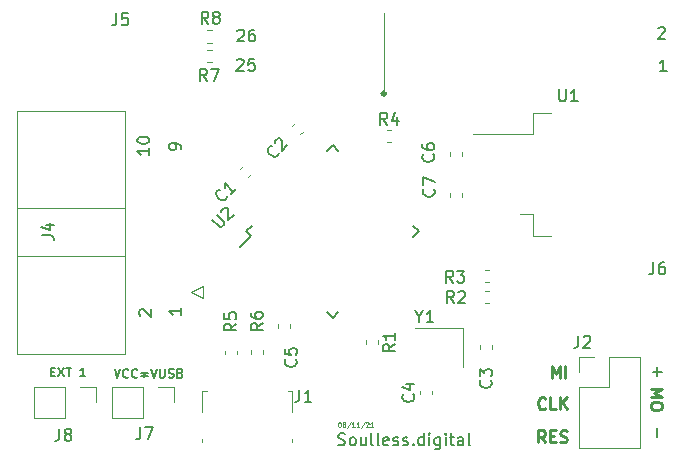
<source format=gto>
G04 #@! TF.GenerationSoftware,KiCad,Pcbnew,(5.1.10-1-10_14)*
G04 #@! TF.CreationDate,2021-11-11T19:55:44+01:00*
G04 #@! TF.ProjectId,Demo Project 01,44656d6f-2050-4726-9f6a-656374203031,mk0*
G04 #@! TF.SameCoordinates,Original*
G04 #@! TF.FileFunction,Legend,Top*
G04 #@! TF.FilePolarity,Positive*
%FSLAX46Y46*%
G04 Gerber Fmt 4.6, Leading zero omitted, Abs format (unit mm)*
G04 Created by KiCad (PCBNEW (5.1.10-1-10_14)) date 2021-11-11 19:55:44*
%MOMM*%
%LPD*%
G01*
G04 APERTURE LIST*
%ADD10C,0.187500*%
%ADD11C,0.250000*%
%ADD12C,0.300000*%
%ADD13C,0.120000*%
%ADD14C,0.100000*%
%ADD15C,0.150000*%
%ADD16O,1.802000X1.802000*%
%ADD17C,1.802000*%
%ADD18C,6.502000*%
%ADD19C,0.902000*%
G04 APERTURE END LIST*
D10*
X76404571Y-138757428D02*
X76654571Y-138757428D01*
X76761714Y-139150285D02*
X76404571Y-139150285D01*
X76404571Y-138400285D01*
X76761714Y-138400285D01*
X77011714Y-138400285D02*
X77511714Y-139150285D01*
X77511714Y-138400285D02*
X77011714Y-139150285D01*
X77690285Y-138400285D02*
X78118857Y-138400285D01*
X77904571Y-139150285D02*
X77904571Y-138400285D01*
X79333142Y-139150285D02*
X78904571Y-139150285D01*
X79118857Y-139150285D02*
X79118857Y-138400285D01*
X79047428Y-138507428D01*
X78976000Y-138578857D01*
X78904571Y-138614571D01*
X81798285Y-138527285D02*
X82048285Y-139277285D01*
X82298285Y-138527285D01*
X82976857Y-139205857D02*
X82941142Y-139241571D01*
X82834000Y-139277285D01*
X82762571Y-139277285D01*
X82655428Y-139241571D01*
X82584000Y-139170142D01*
X82548285Y-139098714D01*
X82512571Y-138955857D01*
X82512571Y-138848714D01*
X82548285Y-138705857D01*
X82584000Y-138634428D01*
X82655428Y-138563000D01*
X82762571Y-138527285D01*
X82834000Y-138527285D01*
X82941142Y-138563000D01*
X82976857Y-138598714D01*
X83726857Y-139205857D02*
X83691142Y-139241571D01*
X83584000Y-139277285D01*
X83512571Y-139277285D01*
X83405428Y-139241571D01*
X83334000Y-139170142D01*
X83298285Y-139098714D01*
X83262571Y-138955857D01*
X83262571Y-138848714D01*
X83298285Y-138705857D01*
X83334000Y-138634428D01*
X83405428Y-138563000D01*
X83512571Y-138527285D01*
X83584000Y-138527285D01*
X83691142Y-138563000D01*
X83726857Y-138598714D01*
X84048285Y-138884428D02*
X84619714Y-138884428D01*
X84405428Y-138777285D02*
X84262571Y-139205857D01*
X84619714Y-139098714D02*
X84048285Y-139098714D01*
X84869714Y-138527285D02*
X85119714Y-139277285D01*
X85369714Y-138527285D01*
X85619714Y-138527285D02*
X85619714Y-139134428D01*
X85655428Y-139205857D01*
X85691142Y-139241571D01*
X85762571Y-139277285D01*
X85905428Y-139277285D01*
X85976857Y-139241571D01*
X86012571Y-139205857D01*
X86048285Y-139134428D01*
X86048285Y-138527285D01*
X86369714Y-139241571D02*
X86476857Y-139277285D01*
X86655428Y-139277285D01*
X86726857Y-139241571D01*
X86762571Y-139205857D01*
X86798285Y-139134428D01*
X86798285Y-139063000D01*
X86762571Y-138991571D01*
X86726857Y-138955857D01*
X86655428Y-138920142D01*
X86512571Y-138884428D01*
X86441142Y-138848714D01*
X86405428Y-138813000D01*
X86369714Y-138741571D01*
X86369714Y-138670142D01*
X86405428Y-138598714D01*
X86441142Y-138563000D01*
X86512571Y-138527285D01*
X86691142Y-138527285D01*
X86798285Y-138563000D01*
X87369714Y-138884428D02*
X87476857Y-138920142D01*
X87512571Y-138955857D01*
X87548285Y-139027285D01*
X87548285Y-139134428D01*
X87512571Y-139205857D01*
X87476857Y-139241571D01*
X87405428Y-139277285D01*
X87119714Y-139277285D01*
X87119714Y-138527285D01*
X87369714Y-138527285D01*
X87441142Y-138563000D01*
X87476857Y-138598714D01*
X87512571Y-138670142D01*
X87512571Y-138741571D01*
X87476857Y-138813000D01*
X87441142Y-138848714D01*
X87369714Y-138884428D01*
X87119714Y-138884428D01*
D11*
X127182619Y-140239857D02*
X128182619Y-140239857D01*
X127468333Y-140573190D01*
X128182619Y-140906523D01*
X127182619Y-140906523D01*
X128182619Y-141573190D02*
X128182619Y-141763666D01*
X128135000Y-141858904D01*
X128039761Y-141954142D01*
X127849285Y-142001761D01*
X127515952Y-142001761D01*
X127325476Y-141954142D01*
X127230238Y-141858904D01*
X127182619Y-141763666D01*
X127182619Y-141573190D01*
X127230238Y-141477952D01*
X127325476Y-141382714D01*
X127515952Y-141335095D01*
X127849285Y-141335095D01*
X128039761Y-141382714D01*
X128135000Y-141477952D01*
X128182619Y-141573190D01*
X118276761Y-141835142D02*
X118229142Y-141882761D01*
X118086285Y-141930380D01*
X117991047Y-141930380D01*
X117848190Y-141882761D01*
X117752952Y-141787523D01*
X117705333Y-141692285D01*
X117657714Y-141501809D01*
X117657714Y-141358952D01*
X117705333Y-141168476D01*
X117752952Y-141073238D01*
X117848190Y-140978000D01*
X117991047Y-140930380D01*
X118086285Y-140930380D01*
X118229142Y-140978000D01*
X118276761Y-141025619D01*
X119181523Y-141930380D02*
X118705333Y-141930380D01*
X118705333Y-140930380D01*
X119514857Y-141930380D02*
X119514857Y-140930380D01*
X120086285Y-141930380D02*
X119657714Y-141358952D01*
X120086285Y-140930380D02*
X119514857Y-141501809D01*
X118252952Y-144724380D02*
X117919619Y-144248190D01*
X117681523Y-144724380D02*
X117681523Y-143724380D01*
X118062476Y-143724380D01*
X118157714Y-143772000D01*
X118205333Y-143819619D01*
X118252952Y-143914857D01*
X118252952Y-144057714D01*
X118205333Y-144152952D01*
X118157714Y-144200571D01*
X118062476Y-144248190D01*
X117681523Y-144248190D01*
X118681523Y-144200571D02*
X119014857Y-144200571D01*
X119157714Y-144724380D02*
X118681523Y-144724380D01*
X118681523Y-143724380D01*
X119157714Y-143724380D01*
X119538666Y-144676761D02*
X119681523Y-144724380D01*
X119919619Y-144724380D01*
X120014857Y-144676761D01*
X120062476Y-144629142D01*
X120110095Y-144533904D01*
X120110095Y-144438666D01*
X120062476Y-144343428D01*
X120014857Y-144295809D01*
X119919619Y-144248190D01*
X119729142Y-144200571D01*
X119633904Y-144152952D01*
X119586285Y-144105333D01*
X119538666Y-144010095D01*
X119538666Y-143914857D01*
X119586285Y-143819619D01*
X119633904Y-143772000D01*
X119729142Y-143724380D01*
X119967238Y-143724380D01*
X120110095Y-143772000D01*
X118808571Y-139263380D02*
X118808571Y-138263380D01*
X119141904Y-138977666D01*
X119475238Y-138263380D01*
X119475238Y-139263380D01*
X119951428Y-139263380D02*
X119951428Y-138263380D01*
D12*
X104747200Y-115214400D02*
G75*
G03*
X104747200Y-115214400I-150000J0D01*
G01*
D13*
X104597200Y-108407200D02*
X104597200Y-115214400D01*
D14*
X100820428Y-143036952D02*
X100858523Y-143036952D01*
X100896619Y-143056000D01*
X100915666Y-143075047D01*
X100934714Y-143113142D01*
X100953761Y-143189333D01*
X100953761Y-143284571D01*
X100934714Y-143360761D01*
X100915666Y-143398857D01*
X100896619Y-143417904D01*
X100858523Y-143436952D01*
X100820428Y-143436952D01*
X100782333Y-143417904D01*
X100763285Y-143398857D01*
X100744238Y-143360761D01*
X100725190Y-143284571D01*
X100725190Y-143189333D01*
X100744238Y-143113142D01*
X100763285Y-143075047D01*
X100782333Y-143056000D01*
X100820428Y-143036952D01*
X101182333Y-143208380D02*
X101144238Y-143189333D01*
X101125190Y-143170285D01*
X101106142Y-143132190D01*
X101106142Y-143113142D01*
X101125190Y-143075047D01*
X101144238Y-143056000D01*
X101182333Y-143036952D01*
X101258523Y-143036952D01*
X101296619Y-143056000D01*
X101315666Y-143075047D01*
X101334714Y-143113142D01*
X101334714Y-143132190D01*
X101315666Y-143170285D01*
X101296619Y-143189333D01*
X101258523Y-143208380D01*
X101182333Y-143208380D01*
X101144238Y-143227428D01*
X101125190Y-143246476D01*
X101106142Y-143284571D01*
X101106142Y-143360761D01*
X101125190Y-143398857D01*
X101144238Y-143417904D01*
X101182333Y-143436952D01*
X101258523Y-143436952D01*
X101296619Y-143417904D01*
X101315666Y-143398857D01*
X101334714Y-143360761D01*
X101334714Y-143284571D01*
X101315666Y-143246476D01*
X101296619Y-143227428D01*
X101258523Y-143208380D01*
X101791857Y-143017904D02*
X101449000Y-143532190D01*
X102134714Y-143436952D02*
X101906142Y-143436952D01*
X102020428Y-143436952D02*
X102020428Y-143036952D01*
X101982333Y-143094095D01*
X101944238Y-143132190D01*
X101906142Y-143151238D01*
X102515666Y-143436952D02*
X102287095Y-143436952D01*
X102401380Y-143436952D02*
X102401380Y-143036952D01*
X102363285Y-143094095D01*
X102325190Y-143132190D01*
X102287095Y-143151238D01*
X102972809Y-143017904D02*
X102629952Y-143532190D01*
X103087095Y-143075047D02*
X103106142Y-143056000D01*
X103144238Y-143036952D01*
X103239476Y-143036952D01*
X103277571Y-143056000D01*
X103296619Y-143075047D01*
X103315666Y-143113142D01*
X103315666Y-143151238D01*
X103296619Y-143208380D01*
X103068047Y-143436952D01*
X103315666Y-143436952D01*
X103696619Y-143436952D02*
X103468047Y-143436952D01*
X103582333Y-143436952D02*
X103582333Y-143036952D01*
X103544238Y-143094095D01*
X103506142Y-143132190D01*
X103468047Y-143151238D01*
D15*
X100744976Y-144930761D02*
X100887833Y-144978380D01*
X101125928Y-144978380D01*
X101221166Y-144930761D01*
X101268785Y-144883142D01*
X101316404Y-144787904D01*
X101316404Y-144692666D01*
X101268785Y-144597428D01*
X101221166Y-144549809D01*
X101125928Y-144502190D01*
X100935452Y-144454571D01*
X100840214Y-144406952D01*
X100792595Y-144359333D01*
X100744976Y-144264095D01*
X100744976Y-144168857D01*
X100792595Y-144073619D01*
X100840214Y-144026000D01*
X100935452Y-143978380D01*
X101173547Y-143978380D01*
X101316404Y-144026000D01*
X101887833Y-144978380D02*
X101792595Y-144930761D01*
X101744976Y-144883142D01*
X101697357Y-144787904D01*
X101697357Y-144502190D01*
X101744976Y-144406952D01*
X101792595Y-144359333D01*
X101887833Y-144311714D01*
X102030690Y-144311714D01*
X102125928Y-144359333D01*
X102173547Y-144406952D01*
X102221166Y-144502190D01*
X102221166Y-144787904D01*
X102173547Y-144883142D01*
X102125928Y-144930761D01*
X102030690Y-144978380D01*
X101887833Y-144978380D01*
X103078309Y-144311714D02*
X103078309Y-144978380D01*
X102649738Y-144311714D02*
X102649738Y-144835523D01*
X102697357Y-144930761D01*
X102792595Y-144978380D01*
X102935452Y-144978380D01*
X103030690Y-144930761D01*
X103078309Y-144883142D01*
X103697357Y-144978380D02*
X103602119Y-144930761D01*
X103554500Y-144835523D01*
X103554500Y-143978380D01*
X104221166Y-144978380D02*
X104125928Y-144930761D01*
X104078309Y-144835523D01*
X104078309Y-143978380D01*
X104983071Y-144930761D02*
X104887833Y-144978380D01*
X104697357Y-144978380D01*
X104602119Y-144930761D01*
X104554500Y-144835523D01*
X104554500Y-144454571D01*
X104602119Y-144359333D01*
X104697357Y-144311714D01*
X104887833Y-144311714D01*
X104983071Y-144359333D01*
X105030690Y-144454571D01*
X105030690Y-144549809D01*
X104554500Y-144645047D01*
X105411642Y-144930761D02*
X105506880Y-144978380D01*
X105697357Y-144978380D01*
X105792595Y-144930761D01*
X105840214Y-144835523D01*
X105840214Y-144787904D01*
X105792595Y-144692666D01*
X105697357Y-144645047D01*
X105554500Y-144645047D01*
X105459261Y-144597428D01*
X105411642Y-144502190D01*
X105411642Y-144454571D01*
X105459261Y-144359333D01*
X105554500Y-144311714D01*
X105697357Y-144311714D01*
X105792595Y-144359333D01*
X106221166Y-144930761D02*
X106316404Y-144978380D01*
X106506880Y-144978380D01*
X106602119Y-144930761D01*
X106649738Y-144835523D01*
X106649738Y-144787904D01*
X106602119Y-144692666D01*
X106506880Y-144645047D01*
X106364023Y-144645047D01*
X106268785Y-144597428D01*
X106221166Y-144502190D01*
X106221166Y-144454571D01*
X106268785Y-144359333D01*
X106364023Y-144311714D01*
X106506880Y-144311714D01*
X106602119Y-144359333D01*
X107078309Y-144883142D02*
X107125928Y-144930761D01*
X107078309Y-144978380D01*
X107030690Y-144930761D01*
X107078309Y-144883142D01*
X107078309Y-144978380D01*
X107983071Y-144978380D02*
X107983071Y-143978380D01*
X107983071Y-144930761D02*
X107887833Y-144978380D01*
X107697357Y-144978380D01*
X107602119Y-144930761D01*
X107554500Y-144883142D01*
X107506880Y-144787904D01*
X107506880Y-144502190D01*
X107554500Y-144406952D01*
X107602119Y-144359333D01*
X107697357Y-144311714D01*
X107887833Y-144311714D01*
X107983071Y-144359333D01*
X108459261Y-144978380D02*
X108459261Y-144311714D01*
X108459261Y-143978380D02*
X108411642Y-144026000D01*
X108459261Y-144073619D01*
X108506880Y-144026000D01*
X108459261Y-143978380D01*
X108459261Y-144073619D01*
X109364023Y-144311714D02*
X109364023Y-145121238D01*
X109316404Y-145216476D01*
X109268785Y-145264095D01*
X109173547Y-145311714D01*
X109030690Y-145311714D01*
X108935452Y-145264095D01*
X109364023Y-144930761D02*
X109268785Y-144978380D01*
X109078309Y-144978380D01*
X108983071Y-144930761D01*
X108935452Y-144883142D01*
X108887833Y-144787904D01*
X108887833Y-144502190D01*
X108935452Y-144406952D01*
X108983071Y-144359333D01*
X109078309Y-144311714D01*
X109268785Y-144311714D01*
X109364023Y-144359333D01*
X109840214Y-144978380D02*
X109840214Y-144311714D01*
X109840214Y-143978380D02*
X109792595Y-144026000D01*
X109840214Y-144073619D01*
X109887833Y-144026000D01*
X109840214Y-143978380D01*
X109840214Y-144073619D01*
X110173547Y-144311714D02*
X110554500Y-144311714D01*
X110316404Y-143978380D02*
X110316404Y-144835523D01*
X110364023Y-144930761D01*
X110459261Y-144978380D01*
X110554500Y-144978380D01*
X111316404Y-144978380D02*
X111316404Y-144454571D01*
X111268785Y-144359333D01*
X111173547Y-144311714D01*
X110983071Y-144311714D01*
X110887833Y-144359333D01*
X111316404Y-144930761D02*
X111221166Y-144978380D01*
X110983071Y-144978380D01*
X110887833Y-144930761D01*
X110840214Y-144835523D01*
X110840214Y-144740285D01*
X110887833Y-144645047D01*
X110983071Y-144597428D01*
X111221166Y-144597428D01*
X111316404Y-144549809D01*
X111935452Y-144978380D02*
X111840214Y-144930761D01*
X111792595Y-144835523D01*
X111792595Y-143978380D01*
X127831885Y-109682019D02*
X127879504Y-109634400D01*
X127974742Y-109586780D01*
X128212838Y-109586780D01*
X128308076Y-109634400D01*
X128355695Y-109682019D01*
X128403314Y-109777257D01*
X128403314Y-109872495D01*
X128355695Y-110015352D01*
X127784266Y-110586780D01*
X128403314Y-110586780D01*
X128555714Y-113329980D02*
X127984285Y-113329980D01*
X128270000Y-113329980D02*
X128270000Y-112329980D01*
X128174761Y-112472838D01*
X128079523Y-112568076D01*
X127984285Y-112615695D01*
X92151295Y-112374419D02*
X92198914Y-112326800D01*
X92294152Y-112279180D01*
X92532247Y-112279180D01*
X92627485Y-112326800D01*
X92675104Y-112374419D01*
X92722723Y-112469657D01*
X92722723Y-112564895D01*
X92675104Y-112707752D01*
X92103676Y-113279180D01*
X92722723Y-113279180D01*
X93627485Y-112279180D02*
X93151295Y-112279180D01*
X93103676Y-112755371D01*
X93151295Y-112707752D01*
X93246533Y-112660133D01*
X93484628Y-112660133D01*
X93579866Y-112707752D01*
X93627485Y-112755371D01*
X93675104Y-112850609D01*
X93675104Y-113088704D01*
X93627485Y-113183942D01*
X93579866Y-113231561D01*
X93484628Y-113279180D01*
X93246533Y-113279180D01*
X93151295Y-113231561D01*
X93103676Y-113183942D01*
X92202095Y-109885219D02*
X92249714Y-109837600D01*
X92344952Y-109789980D01*
X92583047Y-109789980D01*
X92678285Y-109837600D01*
X92725904Y-109885219D01*
X92773523Y-109980457D01*
X92773523Y-110075695D01*
X92725904Y-110218552D01*
X92154476Y-110789980D01*
X92773523Y-110789980D01*
X93630666Y-109789980D02*
X93440190Y-109789980D01*
X93344952Y-109837600D01*
X93297333Y-109885219D01*
X93202095Y-110028076D01*
X93154476Y-110218552D01*
X93154476Y-110599504D01*
X93202095Y-110694742D01*
X93249714Y-110742361D01*
X93344952Y-110789980D01*
X93535428Y-110789980D01*
X93630666Y-110742361D01*
X93678285Y-110694742D01*
X93725904Y-110599504D01*
X93725904Y-110361409D01*
X93678285Y-110266171D01*
X93630666Y-110218552D01*
X93535428Y-110170933D01*
X93344952Y-110170933D01*
X93249714Y-110218552D01*
X93202095Y-110266171D01*
X93154476Y-110361409D01*
X87421980Y-119875276D02*
X87421980Y-119684800D01*
X87374361Y-119589561D01*
X87326742Y-119541942D01*
X87183885Y-119446704D01*
X86993409Y-119399085D01*
X86612457Y-119399085D01*
X86517219Y-119446704D01*
X86469600Y-119494323D01*
X86421980Y-119589561D01*
X86421980Y-119780038D01*
X86469600Y-119875276D01*
X86517219Y-119922895D01*
X86612457Y-119970514D01*
X86850552Y-119970514D01*
X86945790Y-119922895D01*
X86993409Y-119875276D01*
X87041028Y-119780038D01*
X87041028Y-119589561D01*
X86993409Y-119494323D01*
X86945790Y-119446704D01*
X86850552Y-119399085D01*
X84729580Y-119824476D02*
X84729580Y-120395904D01*
X84729580Y-120110190D02*
X83729580Y-120110190D01*
X83872438Y-120205428D01*
X83967676Y-120300666D01*
X84015295Y-120395904D01*
X83729580Y-119205428D02*
X83729580Y-119110190D01*
X83777200Y-119014952D01*
X83824819Y-118967333D01*
X83920057Y-118919714D01*
X84110533Y-118872095D01*
X84348628Y-118872095D01*
X84539104Y-118919714D01*
X84634342Y-118967333D01*
X84681961Y-119014952D01*
X84729580Y-119110190D01*
X84729580Y-119205428D01*
X84681961Y-119300666D01*
X84634342Y-119348285D01*
X84539104Y-119395904D01*
X84348628Y-119443523D01*
X84110533Y-119443523D01*
X83920057Y-119395904D01*
X83824819Y-119348285D01*
X83777200Y-119300666D01*
X83729580Y-119205428D01*
X83977219Y-134042114D02*
X83929600Y-133994495D01*
X83881980Y-133899257D01*
X83881980Y-133661161D01*
X83929600Y-133565923D01*
X83977219Y-133518304D01*
X84072457Y-133470685D01*
X84167695Y-133470685D01*
X84310552Y-133518304D01*
X84881980Y-134089733D01*
X84881980Y-133470685D01*
X87421980Y-133369085D02*
X87421980Y-133940514D01*
X87421980Y-133654800D02*
X86421980Y-133654800D01*
X86564838Y-133750038D01*
X86660076Y-133845276D01*
X86707695Y-133940514D01*
X127381047Y-138755428D02*
X128142952Y-138755428D01*
X127762000Y-139136380D02*
X127762000Y-138374476D01*
X127706428Y-144271952D02*
X127706428Y-143510047D01*
D13*
X74997000Y-140021000D02*
X74997000Y-142681000D01*
X77597000Y-140021000D02*
X74997000Y-140021000D01*
X77597000Y-142681000D02*
X74997000Y-142681000D01*
X77597000Y-140021000D02*
X77597000Y-142681000D01*
X78867000Y-140021000D02*
X80197000Y-140021000D01*
X80197000Y-140021000D02*
X80197000Y-141351000D01*
X90090258Y-112536500D02*
X89615742Y-112536500D01*
X90090258Y-111491500D02*
X89615742Y-111491500D01*
X89615742Y-109840500D02*
X90090258Y-109840500D01*
X89615742Y-110885500D02*
X90090258Y-110885500D01*
X82661500Y-128986500D02*
X73541500Y-128986500D01*
X82661500Y-124886500D02*
X73541500Y-124886500D01*
X82661500Y-137226500D02*
X73541500Y-137226500D01*
X73541500Y-137226500D02*
X73541500Y-116646500D01*
X73541500Y-116646500D02*
X82661500Y-116646500D01*
X82661500Y-116646500D02*
X82661500Y-137226500D01*
X88281500Y-132016500D02*
X89281500Y-132516500D01*
X89281500Y-132516500D02*
X89281500Y-131516500D01*
X89281500Y-131516500D02*
X88281500Y-132016500D01*
X121098000Y-145221000D02*
X126298000Y-145221000D01*
X121098000Y-140081000D02*
X121098000Y-145221000D01*
X126298000Y-137481000D02*
X126298000Y-145221000D01*
X121098000Y-140081000D02*
X123698000Y-140081000D01*
X123698000Y-140081000D02*
X123698000Y-137481000D01*
X123698000Y-137481000D02*
X126298000Y-137481000D01*
X121098000Y-138811000D02*
X121098000Y-137481000D01*
X121098000Y-137481000D02*
X122428000Y-137481000D01*
X111263000Y-135090000D02*
X107263000Y-135090000D01*
X111263000Y-138390000D02*
X111263000Y-135090000D01*
X81601000Y-140021000D02*
X81601000Y-142681000D01*
X84201000Y-140021000D02*
X81601000Y-140021000D01*
X84201000Y-142681000D02*
X81601000Y-142681000D01*
X84201000Y-140021000D02*
X84201000Y-142681000D01*
X85471000Y-140021000D02*
X86801000Y-140021000D01*
X86801000Y-140021000D02*
X86801000Y-141351000D01*
X93361574Y-122053175D02*
X93131369Y-122283380D01*
X92640325Y-121331926D02*
X92410120Y-121562131D01*
X97036478Y-117697773D02*
X96806273Y-117927978D01*
X97757727Y-118419022D02*
X97527522Y-118649227D01*
X112723200Y-136840279D02*
X112723200Y-136514721D01*
X113743200Y-136840279D02*
X113743200Y-136514721D01*
X108663200Y-140675579D02*
X108663200Y-140350021D01*
X107643200Y-140675579D02*
X107643200Y-140350021D01*
X96649000Y-134736721D02*
X96649000Y-135062279D01*
X95629000Y-134736721D02*
X95629000Y-135062279D01*
X110170500Y-120144221D02*
X110170500Y-120469779D01*
X111190500Y-120144221D02*
X111190500Y-120469779D01*
X110170500Y-123962279D02*
X110170500Y-123636721D01*
X111190500Y-123962279D02*
X111190500Y-123636721D01*
X96837500Y-140403000D02*
X96457500Y-140403000D01*
X96837500Y-144453000D02*
X96837500Y-144713000D01*
X96837500Y-140403000D02*
X96837500Y-142173000D01*
X89217500Y-140403000D02*
X89597500Y-140403000D01*
X89217500Y-142173000D02*
X89217500Y-140403000D01*
X89217500Y-144713000D02*
X89217500Y-144453000D01*
X104142000Y-136082721D02*
X104142000Y-136408279D01*
X103122000Y-136082721D02*
X103122000Y-136408279D01*
X113472279Y-131887500D02*
X113146721Y-131887500D01*
X113472279Y-132907500D02*
X113146721Y-132907500D01*
X113472279Y-131193000D02*
X113146721Y-131193000D01*
X113472279Y-130173000D02*
X113146721Y-130173000D01*
X104891721Y-119318500D02*
X105217279Y-119318500D01*
X104891721Y-118298500D02*
X105217279Y-118298500D01*
X91120500Y-136971721D02*
X91120500Y-137297279D01*
X92140500Y-136971721D02*
X92140500Y-137297279D01*
X94363000Y-136908221D02*
X94363000Y-137233779D01*
X93343000Y-136908221D02*
X93343000Y-137233779D01*
X118755500Y-116847000D02*
X117255500Y-116847000D01*
X117255500Y-116847000D02*
X117255500Y-118657000D01*
X117255500Y-118657000D02*
X112130500Y-118657000D01*
X118755500Y-127247000D02*
X117255500Y-127247000D01*
X117255500Y-127247000D02*
X117255500Y-125437000D01*
X117255500Y-125437000D02*
X116155500Y-125437000D01*
D15*
X93354531Y-127279586D02*
X92452970Y-128181148D01*
X100266500Y-119554445D02*
X99789203Y-120031742D01*
X107585055Y-126873000D02*
X107107758Y-127350297D01*
X100266500Y-134191555D02*
X100743797Y-133714258D01*
X92947945Y-126873000D02*
X93425242Y-126395703D01*
X100266500Y-134191555D02*
X99789203Y-133714258D01*
X107585055Y-126873000D02*
X107107758Y-126395703D01*
X100266500Y-119554445D02*
X100743797Y-120031742D01*
X92947945Y-126873000D02*
X93354531Y-127279586D01*
X77136666Y-143597380D02*
X77136666Y-144311666D01*
X77089047Y-144454523D01*
X76993809Y-144549761D01*
X76850952Y-144597380D01*
X76755714Y-144597380D01*
X77755714Y-144025952D02*
X77660476Y-143978333D01*
X77612857Y-143930714D01*
X77565238Y-143835476D01*
X77565238Y-143787857D01*
X77612857Y-143692619D01*
X77660476Y-143645000D01*
X77755714Y-143597380D01*
X77946190Y-143597380D01*
X78041428Y-143645000D01*
X78089047Y-143692619D01*
X78136666Y-143787857D01*
X78136666Y-143835476D01*
X78089047Y-143930714D01*
X78041428Y-143978333D01*
X77946190Y-144025952D01*
X77755714Y-144025952D01*
X77660476Y-144073571D01*
X77612857Y-144121190D01*
X77565238Y-144216428D01*
X77565238Y-144406904D01*
X77612857Y-144502142D01*
X77660476Y-144549761D01*
X77755714Y-144597380D01*
X77946190Y-144597380D01*
X78041428Y-144549761D01*
X78089047Y-144502142D01*
X78136666Y-144406904D01*
X78136666Y-144216428D01*
X78089047Y-144121190D01*
X78041428Y-144073571D01*
X77946190Y-144025952D01*
X89622333Y-114117380D02*
X89289000Y-113641190D01*
X89050904Y-114117380D02*
X89050904Y-113117380D01*
X89431857Y-113117380D01*
X89527095Y-113165000D01*
X89574714Y-113212619D01*
X89622333Y-113307857D01*
X89622333Y-113450714D01*
X89574714Y-113545952D01*
X89527095Y-113593571D01*
X89431857Y-113641190D01*
X89050904Y-113641190D01*
X89955666Y-113117380D02*
X90622333Y-113117380D01*
X90193761Y-114117380D01*
X89749333Y-109291380D02*
X89416000Y-108815190D01*
X89177904Y-109291380D02*
X89177904Y-108291380D01*
X89558857Y-108291380D01*
X89654095Y-108339000D01*
X89701714Y-108386619D01*
X89749333Y-108481857D01*
X89749333Y-108624714D01*
X89701714Y-108719952D01*
X89654095Y-108767571D01*
X89558857Y-108815190D01*
X89177904Y-108815190D01*
X90320761Y-108719952D02*
X90225523Y-108672333D01*
X90177904Y-108624714D01*
X90130285Y-108529476D01*
X90130285Y-108481857D01*
X90177904Y-108386619D01*
X90225523Y-108339000D01*
X90320761Y-108291380D01*
X90511238Y-108291380D01*
X90606476Y-108339000D01*
X90654095Y-108386619D01*
X90701714Y-108481857D01*
X90701714Y-108529476D01*
X90654095Y-108624714D01*
X90606476Y-108672333D01*
X90511238Y-108719952D01*
X90320761Y-108719952D01*
X90225523Y-108767571D01*
X90177904Y-108815190D01*
X90130285Y-108910428D01*
X90130285Y-109100904D01*
X90177904Y-109196142D01*
X90225523Y-109243761D01*
X90320761Y-109291380D01*
X90511238Y-109291380D01*
X90606476Y-109243761D01*
X90654095Y-109196142D01*
X90701714Y-109100904D01*
X90701714Y-108910428D01*
X90654095Y-108815190D01*
X90606476Y-108767571D01*
X90511238Y-108719952D01*
X75652380Y-127206333D02*
X76366666Y-127206333D01*
X76509523Y-127253952D01*
X76604761Y-127349190D01*
X76652380Y-127492047D01*
X76652380Y-127587285D01*
X75985714Y-126301571D02*
X76652380Y-126301571D01*
X75604761Y-126539666D02*
X76319047Y-126777761D01*
X76319047Y-126158714D01*
X121078666Y-135723380D02*
X121078666Y-136437666D01*
X121031047Y-136580523D01*
X120935809Y-136675761D01*
X120792952Y-136723380D01*
X120697714Y-136723380D01*
X121507238Y-135818619D02*
X121554857Y-135771000D01*
X121650095Y-135723380D01*
X121888190Y-135723380D01*
X121983428Y-135771000D01*
X122031047Y-135818619D01*
X122078666Y-135913857D01*
X122078666Y-136009095D01*
X122031047Y-136151952D01*
X121459619Y-136723380D01*
X122078666Y-136723380D01*
X107600809Y-134088190D02*
X107600809Y-134564380D01*
X107267476Y-133564380D02*
X107600809Y-134088190D01*
X107934142Y-133564380D01*
X108791285Y-134564380D02*
X108219857Y-134564380D01*
X108505571Y-134564380D02*
X108505571Y-133564380D01*
X108410333Y-133707238D01*
X108315095Y-133802476D01*
X108219857Y-133850095D01*
X83994666Y-143470380D02*
X83994666Y-144184666D01*
X83947047Y-144327523D01*
X83851809Y-144422761D01*
X83708952Y-144470380D01*
X83613714Y-144470380D01*
X84375619Y-143470380D02*
X85042285Y-143470380D01*
X84613714Y-144470380D01*
X91320687Y-123915989D02*
X91320687Y-123983332D01*
X91253343Y-124118019D01*
X91186000Y-124185363D01*
X91051312Y-124252706D01*
X90916625Y-124252706D01*
X90815610Y-124219035D01*
X90647251Y-124118019D01*
X90546236Y-124017004D01*
X90445221Y-123848645D01*
X90411549Y-123747630D01*
X90411549Y-123612943D01*
X90478893Y-123478256D01*
X90546236Y-123410912D01*
X90680923Y-123343569D01*
X90748267Y-123343569D01*
X92061465Y-123309897D02*
X91657404Y-123713958D01*
X91859435Y-123511928D02*
X91152328Y-122804821D01*
X91186000Y-122973180D01*
X91186000Y-123107867D01*
X91152328Y-123208882D01*
X95689487Y-120207589D02*
X95689487Y-120274932D01*
X95622143Y-120409619D01*
X95554800Y-120476963D01*
X95420112Y-120544306D01*
X95285425Y-120544306D01*
X95184410Y-120510635D01*
X95016051Y-120409619D01*
X94915036Y-120308604D01*
X94814021Y-120140245D01*
X94780349Y-120039230D01*
X94780349Y-119904543D01*
X94847693Y-119769856D01*
X94915036Y-119702512D01*
X95049723Y-119635169D01*
X95117067Y-119635169D01*
X95386441Y-119365795D02*
X95386441Y-119298451D01*
X95420112Y-119197436D01*
X95588471Y-119029077D01*
X95689487Y-118995406D01*
X95756830Y-118995406D01*
X95857845Y-119029077D01*
X95925189Y-119096421D01*
X95992532Y-119231108D01*
X95992532Y-120039230D01*
X96430265Y-119601497D01*
X113641142Y-139485666D02*
X113688761Y-139533285D01*
X113736380Y-139676142D01*
X113736380Y-139771380D01*
X113688761Y-139914238D01*
X113593523Y-140009476D01*
X113498285Y-140057095D01*
X113307809Y-140104714D01*
X113164952Y-140104714D01*
X112974476Y-140057095D01*
X112879238Y-140009476D01*
X112784000Y-139914238D01*
X112736380Y-139771380D01*
X112736380Y-139676142D01*
X112784000Y-139533285D01*
X112831619Y-139485666D01*
X112736380Y-139152333D02*
X112736380Y-138533285D01*
X113117333Y-138866619D01*
X113117333Y-138723761D01*
X113164952Y-138628523D01*
X113212571Y-138580904D01*
X113307809Y-138533285D01*
X113545904Y-138533285D01*
X113641142Y-138580904D01*
X113688761Y-138628523D01*
X113736380Y-138723761D01*
X113736380Y-139009476D01*
X113688761Y-139104714D01*
X113641142Y-139152333D01*
X107080342Y-140679466D02*
X107127961Y-140727085D01*
X107175580Y-140869942D01*
X107175580Y-140965180D01*
X107127961Y-141108038D01*
X107032723Y-141203276D01*
X106937485Y-141250895D01*
X106747009Y-141298514D01*
X106604152Y-141298514D01*
X106413676Y-141250895D01*
X106318438Y-141203276D01*
X106223200Y-141108038D01*
X106175580Y-140965180D01*
X106175580Y-140869942D01*
X106223200Y-140727085D01*
X106270819Y-140679466D01*
X106508914Y-139822323D02*
X107175580Y-139822323D01*
X106127961Y-140060419D02*
X106842247Y-140298514D01*
X106842247Y-139679466D01*
X97131142Y-137707666D02*
X97178761Y-137755285D01*
X97226380Y-137898142D01*
X97226380Y-137993380D01*
X97178761Y-138136238D01*
X97083523Y-138231476D01*
X96988285Y-138279095D01*
X96797809Y-138326714D01*
X96654952Y-138326714D01*
X96464476Y-138279095D01*
X96369238Y-138231476D01*
X96274000Y-138136238D01*
X96226380Y-137993380D01*
X96226380Y-137898142D01*
X96274000Y-137755285D01*
X96321619Y-137707666D01*
X96226380Y-136802904D02*
X96226380Y-137279095D01*
X96702571Y-137326714D01*
X96654952Y-137279095D01*
X96607333Y-137183857D01*
X96607333Y-136945761D01*
X96654952Y-136850523D01*
X96702571Y-136802904D01*
X96797809Y-136755285D01*
X97035904Y-136755285D01*
X97131142Y-136802904D01*
X97178761Y-136850523D01*
X97226380Y-136945761D01*
X97226380Y-137183857D01*
X97178761Y-137279095D01*
X97131142Y-137326714D01*
X108764342Y-120359466D02*
X108811961Y-120407085D01*
X108859580Y-120549942D01*
X108859580Y-120645180D01*
X108811961Y-120788038D01*
X108716723Y-120883276D01*
X108621485Y-120930895D01*
X108431009Y-120978514D01*
X108288152Y-120978514D01*
X108097676Y-120930895D01*
X108002438Y-120883276D01*
X107907200Y-120788038D01*
X107859580Y-120645180D01*
X107859580Y-120549942D01*
X107907200Y-120407085D01*
X107954819Y-120359466D01*
X107859580Y-119502323D02*
X107859580Y-119692800D01*
X107907200Y-119788038D01*
X107954819Y-119835657D01*
X108097676Y-119930895D01*
X108288152Y-119978514D01*
X108669104Y-119978514D01*
X108764342Y-119930895D01*
X108811961Y-119883276D01*
X108859580Y-119788038D01*
X108859580Y-119597561D01*
X108811961Y-119502323D01*
X108764342Y-119454704D01*
X108669104Y-119407085D01*
X108431009Y-119407085D01*
X108335771Y-119454704D01*
X108288152Y-119502323D01*
X108240533Y-119597561D01*
X108240533Y-119788038D01*
X108288152Y-119883276D01*
X108335771Y-119930895D01*
X108431009Y-119978514D01*
X108815142Y-123305866D02*
X108862761Y-123353485D01*
X108910380Y-123496342D01*
X108910380Y-123591580D01*
X108862761Y-123734438D01*
X108767523Y-123829676D01*
X108672285Y-123877295D01*
X108481809Y-123924914D01*
X108338952Y-123924914D01*
X108148476Y-123877295D01*
X108053238Y-123829676D01*
X107958000Y-123734438D01*
X107910380Y-123591580D01*
X107910380Y-123496342D01*
X107958000Y-123353485D01*
X108005619Y-123305866D01*
X107910380Y-122972533D02*
X107910380Y-122305866D01*
X108910380Y-122734438D01*
X97456666Y-140295380D02*
X97456666Y-141009666D01*
X97409047Y-141152523D01*
X97313809Y-141247761D01*
X97170952Y-141295380D01*
X97075714Y-141295380D01*
X98456666Y-141295380D02*
X97885238Y-141295380D01*
X98170952Y-141295380D02*
X98170952Y-140295380D01*
X98075714Y-140438238D01*
X97980476Y-140533476D01*
X97885238Y-140581095D01*
X105514380Y-136412166D02*
X105038190Y-136745500D01*
X105514380Y-136983595D02*
X104514380Y-136983595D01*
X104514380Y-136602642D01*
X104562000Y-136507404D01*
X104609619Y-136459785D01*
X104704857Y-136412166D01*
X104847714Y-136412166D01*
X104942952Y-136459785D01*
X104990571Y-136507404D01*
X105038190Y-136602642D01*
X105038190Y-136983595D01*
X105514380Y-135459785D02*
X105514380Y-136031214D01*
X105514380Y-135745500D02*
X104514380Y-135745500D01*
X104657238Y-135840738D01*
X104752476Y-135935976D01*
X104800095Y-136031214D01*
X110526533Y-132938780D02*
X110193200Y-132462590D01*
X109955104Y-132938780D02*
X109955104Y-131938780D01*
X110336057Y-131938780D01*
X110431295Y-131986400D01*
X110478914Y-132034019D01*
X110526533Y-132129257D01*
X110526533Y-132272114D01*
X110478914Y-132367352D01*
X110431295Y-132414971D01*
X110336057Y-132462590D01*
X109955104Y-132462590D01*
X110907485Y-132034019D02*
X110955104Y-131986400D01*
X111050342Y-131938780D01*
X111288438Y-131938780D01*
X111383676Y-131986400D01*
X111431295Y-132034019D01*
X111478914Y-132129257D01*
X111478914Y-132224495D01*
X111431295Y-132367352D01*
X110859866Y-132938780D01*
X111478914Y-132938780D01*
X110475733Y-131211580D02*
X110142400Y-130735390D01*
X109904304Y-131211580D02*
X109904304Y-130211580D01*
X110285257Y-130211580D01*
X110380495Y-130259200D01*
X110428114Y-130306819D01*
X110475733Y-130402057D01*
X110475733Y-130544914D01*
X110428114Y-130640152D01*
X110380495Y-130687771D01*
X110285257Y-130735390D01*
X109904304Y-130735390D01*
X110809066Y-130211580D02*
X111428114Y-130211580D01*
X111094780Y-130592533D01*
X111237638Y-130592533D01*
X111332876Y-130640152D01*
X111380495Y-130687771D01*
X111428114Y-130783009D01*
X111428114Y-131021104D01*
X111380495Y-131116342D01*
X111332876Y-131163961D01*
X111237638Y-131211580D01*
X110951923Y-131211580D01*
X110856685Y-131163961D01*
X110809066Y-131116342D01*
X104887833Y-117830880D02*
X104554500Y-117354690D01*
X104316404Y-117830880D02*
X104316404Y-116830880D01*
X104697357Y-116830880D01*
X104792595Y-116878500D01*
X104840214Y-116926119D01*
X104887833Y-117021357D01*
X104887833Y-117164214D01*
X104840214Y-117259452D01*
X104792595Y-117307071D01*
X104697357Y-117354690D01*
X104316404Y-117354690D01*
X105744976Y-117164214D02*
X105744976Y-117830880D01*
X105506880Y-116783261D02*
X105268785Y-117497547D01*
X105887833Y-117497547D01*
X92095580Y-134685066D02*
X91619390Y-135018400D01*
X92095580Y-135256495D02*
X91095580Y-135256495D01*
X91095580Y-134875542D01*
X91143200Y-134780304D01*
X91190819Y-134732685D01*
X91286057Y-134685066D01*
X91428914Y-134685066D01*
X91524152Y-134732685D01*
X91571771Y-134780304D01*
X91619390Y-134875542D01*
X91619390Y-135256495D01*
X91095580Y-133780304D02*
X91095580Y-134256495D01*
X91571771Y-134304114D01*
X91524152Y-134256495D01*
X91476533Y-134161257D01*
X91476533Y-133923161D01*
X91524152Y-133827923D01*
X91571771Y-133780304D01*
X91667009Y-133732685D01*
X91905104Y-133732685D01*
X92000342Y-133780304D01*
X92047961Y-133827923D01*
X92095580Y-133923161D01*
X92095580Y-134161257D01*
X92047961Y-134256495D01*
X92000342Y-134304114D01*
X94330780Y-134634266D02*
X93854590Y-134967600D01*
X94330780Y-135205695D02*
X93330780Y-135205695D01*
X93330780Y-134824742D01*
X93378400Y-134729504D01*
X93426019Y-134681885D01*
X93521257Y-134634266D01*
X93664114Y-134634266D01*
X93759352Y-134681885D01*
X93806971Y-134729504D01*
X93854590Y-134824742D01*
X93854590Y-135205695D01*
X93330780Y-133777123D02*
X93330780Y-133967600D01*
X93378400Y-134062838D01*
X93426019Y-134110457D01*
X93568876Y-134205695D01*
X93759352Y-134253314D01*
X94140304Y-134253314D01*
X94235542Y-134205695D01*
X94283161Y-134158076D01*
X94330780Y-134062838D01*
X94330780Y-133872361D01*
X94283161Y-133777123D01*
X94235542Y-133729504D01*
X94140304Y-133681885D01*
X93902209Y-133681885D01*
X93806971Y-133729504D01*
X93759352Y-133777123D01*
X93711733Y-133872361D01*
X93711733Y-134062838D01*
X93759352Y-134158076D01*
X93806971Y-134205695D01*
X93902209Y-134253314D01*
X119443595Y-114849380D02*
X119443595Y-115658904D01*
X119491214Y-115754142D01*
X119538833Y-115801761D01*
X119634071Y-115849380D01*
X119824547Y-115849380D01*
X119919785Y-115801761D01*
X119967404Y-115754142D01*
X120015023Y-115658904D01*
X120015023Y-114849380D01*
X121015023Y-115849380D02*
X120443595Y-115849380D01*
X120729309Y-115849380D02*
X120729309Y-114849380D01*
X120634071Y-114992238D01*
X120538833Y-115087476D01*
X120443595Y-115135095D01*
X90056826Y-125881522D02*
X90629246Y-126453942D01*
X90730261Y-126487614D01*
X90797605Y-126487614D01*
X90898620Y-126453942D01*
X91033307Y-126319255D01*
X91066979Y-126218240D01*
X91066979Y-126150896D01*
X91033307Y-126049881D01*
X90460887Y-125477461D01*
X90831277Y-125241759D02*
X90831277Y-125174416D01*
X90864948Y-125073400D01*
X91033307Y-124905042D01*
X91134322Y-124871370D01*
X91201666Y-124871370D01*
X91302681Y-124905042D01*
X91370025Y-124972385D01*
X91437368Y-125107072D01*
X91437368Y-125915194D01*
X91875101Y-125477461D01*
X81962666Y-108418380D02*
X81962666Y-109132666D01*
X81915047Y-109275523D01*
X81819809Y-109370761D01*
X81676952Y-109418380D01*
X81581714Y-109418380D01*
X82915047Y-108418380D02*
X82438857Y-108418380D01*
X82391238Y-108894571D01*
X82438857Y-108846952D01*
X82534095Y-108799333D01*
X82772190Y-108799333D01*
X82867428Y-108846952D01*
X82915047Y-108894571D01*
X82962666Y-108989809D01*
X82962666Y-109227904D01*
X82915047Y-109323142D01*
X82867428Y-109370761D01*
X82772190Y-109418380D01*
X82534095Y-109418380D01*
X82438857Y-109370761D01*
X82391238Y-109323142D01*
X127428666Y-129500380D02*
X127428666Y-130214666D01*
X127381047Y-130357523D01*
X127285809Y-130452761D01*
X127142952Y-130500380D01*
X127047714Y-130500380D01*
X128333428Y-129500380D02*
X128142952Y-129500380D01*
X128047714Y-129548000D01*
X128000095Y-129595619D01*
X127904857Y-129738476D01*
X127857238Y-129928952D01*
X127857238Y-130309904D01*
X127904857Y-130405142D01*
X127952476Y-130452761D01*
X128047714Y-130500380D01*
X128238190Y-130500380D01*
X128333428Y-130452761D01*
X128381047Y-130405142D01*
X128428666Y-130309904D01*
X128428666Y-130071809D01*
X128381047Y-129976571D01*
X128333428Y-129928952D01*
X128238190Y-129881333D01*
X128047714Y-129881333D01*
X127952476Y-129928952D01*
X127904857Y-129976571D01*
X127857238Y-130071809D01*
%LPC*%
D16*
X76327000Y-141351000D03*
G36*
G01*
X78017000Y-140450000D02*
X79717000Y-140450000D01*
G75*
G02*
X79768000Y-140501000I0J-51000D01*
G01*
X79768000Y-142201000D01*
G75*
G02*
X79717000Y-142252000I-51000J0D01*
G01*
X78017000Y-142252000D01*
G75*
G02*
X77966000Y-142201000I0J51000D01*
G01*
X77966000Y-140501000D01*
G75*
G02*
X78017000Y-140450000I51000J0D01*
G01*
G37*
G36*
G01*
X89479000Y-111713500D02*
X89479000Y-112314500D01*
G75*
G02*
X89253500Y-112540000I-225500J0D01*
G01*
X88802500Y-112540000D01*
G75*
G02*
X88577000Y-112314500I0J225500D01*
G01*
X88577000Y-111713500D01*
G75*
G02*
X88802500Y-111488000I225500J0D01*
G01*
X89253500Y-111488000D01*
G75*
G02*
X89479000Y-111713500I0J-225500D01*
G01*
G37*
G36*
G01*
X91129000Y-111713500D02*
X91129000Y-112314500D01*
G75*
G02*
X90903500Y-112540000I-225500J0D01*
G01*
X90452500Y-112540000D01*
G75*
G02*
X90227000Y-112314500I0J225500D01*
G01*
X90227000Y-111713500D01*
G75*
G02*
X90452500Y-111488000I225500J0D01*
G01*
X90903500Y-111488000D01*
G75*
G02*
X91129000Y-111713500I0J-225500D01*
G01*
G37*
G36*
G01*
X90227000Y-110663500D02*
X90227000Y-110062500D01*
G75*
G02*
X90452500Y-109837000I225500J0D01*
G01*
X90903500Y-109837000D01*
G75*
G02*
X91129000Y-110062500I0J-225500D01*
G01*
X91129000Y-110663500D01*
G75*
G02*
X90903500Y-110889000I-225500J0D01*
G01*
X90452500Y-110889000D01*
G75*
G02*
X90227000Y-110663500I0J225500D01*
G01*
G37*
G36*
G01*
X88577000Y-110663500D02*
X88577000Y-110062500D01*
G75*
G02*
X88802500Y-109837000I225500J0D01*
G01*
X89253500Y-109837000D01*
G75*
G02*
X89479000Y-110062500I0J-225500D01*
G01*
X89479000Y-110663500D01*
G75*
G02*
X89253500Y-110889000I-225500J0D01*
G01*
X88802500Y-110889000D01*
G75*
G02*
X88577000Y-110663500I0J225500D01*
G01*
G37*
G36*
G01*
X87832500Y-131380500D02*
X87832500Y-132652500D01*
G75*
G02*
X87567500Y-132917500I-265000J0D01*
G01*
X86295500Y-132917500D01*
G75*
G02*
X86030500Y-132652500I0J265000D01*
G01*
X86030500Y-131380500D01*
G75*
G02*
X86295500Y-131115500I265000J0D01*
G01*
X87567500Y-131115500D01*
G75*
G02*
X87832500Y-131380500I0J-265000D01*
G01*
G37*
D17*
X86931500Y-129476500D03*
X86931500Y-126936500D03*
X86931500Y-124396500D03*
X86931500Y-121856500D03*
X84391500Y-132016500D03*
X84391500Y-129476500D03*
X84391500Y-126936500D03*
X84391500Y-124396500D03*
X84391500Y-121856500D03*
G36*
G01*
X121527000Y-139661000D02*
X121527000Y-137961000D01*
G75*
G02*
X121578000Y-137910000I51000J0D01*
G01*
X123278000Y-137910000D01*
G75*
G02*
X123329000Y-137961000I0J-51000D01*
G01*
X123329000Y-139661000D01*
G75*
G02*
X123278000Y-139712000I-51000J0D01*
G01*
X121578000Y-139712000D01*
G75*
G02*
X121527000Y-139661000I0J51000D01*
G01*
G37*
D16*
X124968000Y-138811000D03*
X122428000Y-141351000D03*
X124968000Y-141351000D03*
X122428000Y-143891000D03*
X124968000Y-143891000D03*
G36*
G01*
X111114000Y-136989999D02*
X111114000Y-138190001D01*
G75*
G02*
X111063001Y-138241000I-50999J0D01*
G01*
X109662999Y-138241000D01*
G75*
G02*
X109612000Y-138190001I0J50999D01*
G01*
X109612000Y-136989999D01*
G75*
G02*
X109662999Y-136939000I50999J0D01*
G01*
X111063001Y-136939000D01*
G75*
G02*
X111114000Y-136989999I0J-50999D01*
G01*
G37*
G36*
G01*
X108914000Y-136989999D02*
X108914000Y-138190001D01*
G75*
G02*
X108863001Y-138241000I-50999J0D01*
G01*
X107462999Y-138241000D01*
G75*
G02*
X107412000Y-138190001I0J50999D01*
G01*
X107412000Y-136989999D01*
G75*
G02*
X107462999Y-136939000I50999J0D01*
G01*
X108863001Y-136939000D01*
G75*
G02*
X108914000Y-136989999I0J-50999D01*
G01*
G37*
G36*
G01*
X108914000Y-135289999D02*
X108914000Y-136490001D01*
G75*
G02*
X108863001Y-136541000I-50999J0D01*
G01*
X107462999Y-136541000D01*
G75*
G02*
X107412000Y-136490001I0J50999D01*
G01*
X107412000Y-135289999D01*
G75*
G02*
X107462999Y-135239000I50999J0D01*
G01*
X108863001Y-135239000D01*
G75*
G02*
X108914000Y-135289999I0J-50999D01*
G01*
G37*
G36*
G01*
X111114000Y-135289999D02*
X111114000Y-136490001D01*
G75*
G02*
X111063001Y-136541000I-50999J0D01*
G01*
X109662999Y-136541000D01*
G75*
G02*
X109612000Y-136490001I0J50999D01*
G01*
X109612000Y-135289999D01*
G75*
G02*
X109662999Y-135239000I50999J0D01*
G01*
X111063001Y-135239000D01*
G75*
G02*
X111114000Y-135289999I0J-50999D01*
G01*
G37*
X82931000Y-141351000D03*
G36*
G01*
X84621000Y-140450000D02*
X86321000Y-140450000D01*
G75*
G02*
X86372000Y-140501000I0J-51000D01*
G01*
X86372000Y-142201000D01*
G75*
G02*
X86321000Y-142252000I-51000J0D01*
G01*
X84621000Y-142252000D01*
G75*
G02*
X84570000Y-142201000I0J51000D01*
G01*
X84570000Y-140501000D01*
G75*
G02*
X84621000Y-140450000I51000J0D01*
G01*
G37*
G36*
G01*
X127088000Y-113677000D02*
X125388000Y-113677000D01*
G75*
G02*
X125337000Y-113626000I0J51000D01*
G01*
X125337000Y-111926000D01*
G75*
G02*
X125388000Y-111875000I51000J0D01*
G01*
X127088000Y-111875000D01*
G75*
G02*
X127139000Y-111926000I0J-51000D01*
G01*
X127139000Y-113626000D01*
G75*
G02*
X127088000Y-113677000I-51000J0D01*
G01*
G37*
X126238000Y-110236000D03*
X123698000Y-112776000D03*
X123698000Y-110236000D03*
X121158000Y-112776000D03*
X121158000Y-110236000D03*
X118618000Y-112776000D03*
X118618000Y-110236000D03*
X116078000Y-112776000D03*
X116078000Y-110236000D03*
X113538000Y-112776000D03*
X113538000Y-110236000D03*
X110998000Y-112776000D03*
X110998000Y-110236000D03*
X108458000Y-112776000D03*
X108458000Y-110236000D03*
X105918000Y-112776000D03*
X105918000Y-110236000D03*
X103378000Y-112776000D03*
X103378000Y-110236000D03*
X100838000Y-112776000D03*
X100838000Y-110236000D03*
X98298000Y-112776000D03*
X98298000Y-110236000D03*
X95758000Y-112776000D03*
X95758000Y-110236000D03*
G36*
G01*
X93588888Y-120706157D02*
X93987343Y-121104612D01*
G75*
G02*
X93987343Y-121450034I-172711J-172711D01*
G01*
X93641922Y-121795455D01*
G75*
G02*
X93296500Y-121795455I-172711J172711D01*
G01*
X92898045Y-121397000D01*
G75*
G02*
X92898045Y-121051578I172711J172711D01*
G01*
X93243466Y-120706157D01*
G75*
G02*
X93588888Y-120706157I172711J-172711D01*
G01*
G37*
G36*
G01*
X92475194Y-121819851D02*
X92873649Y-122218306D01*
G75*
G02*
X92873649Y-122563728I-172711J-172711D01*
G01*
X92528228Y-122909149D01*
G75*
G02*
X92182806Y-122909149I-172711J172711D01*
G01*
X91784351Y-122510694D01*
G75*
G02*
X91784351Y-122165272I172711J172711D01*
G01*
X92129772Y-121819851D01*
G75*
G02*
X92475194Y-121819851I172711J-172711D01*
G01*
G37*
G36*
G01*
X96871347Y-118185698D02*
X97269802Y-118584153D01*
G75*
G02*
X97269802Y-118929575I-172711J-172711D01*
G01*
X96924381Y-119274996D01*
G75*
G02*
X96578959Y-119274996I-172711J172711D01*
G01*
X96180504Y-118876541D01*
G75*
G02*
X96180504Y-118531119I172711J172711D01*
G01*
X96525925Y-118185698D01*
G75*
G02*
X96871347Y-118185698I172711J-172711D01*
G01*
G37*
G36*
G01*
X97985041Y-117072004D02*
X98383496Y-117470459D01*
G75*
G02*
X98383496Y-117815881I-172711J-172711D01*
G01*
X98038075Y-118161302D01*
G75*
G02*
X97692653Y-118161302I-172711J172711D01*
G01*
X97294198Y-117762847D01*
G75*
G02*
X97294198Y-117417425I172711J172711D01*
G01*
X97639619Y-117072004D01*
G75*
G02*
X97985041Y-117072004I172711J-172711D01*
G01*
G37*
G36*
G01*
X113514950Y-137953500D02*
X112951450Y-137953500D01*
G75*
G02*
X112707200Y-137709250I0J244250D01*
G01*
X112707200Y-137220750D01*
G75*
G02*
X112951450Y-136976500I244250J0D01*
G01*
X113514950Y-136976500D01*
G75*
G02*
X113759200Y-137220750I0J-244250D01*
G01*
X113759200Y-137709250D01*
G75*
G02*
X113514950Y-137953500I-244250J0D01*
G01*
G37*
G36*
G01*
X113514950Y-136378500D02*
X112951450Y-136378500D01*
G75*
G02*
X112707200Y-136134250I0J244250D01*
G01*
X112707200Y-135645750D01*
G75*
G02*
X112951450Y-135401500I244250J0D01*
G01*
X113514950Y-135401500D01*
G75*
G02*
X113759200Y-135645750I0J-244250D01*
G01*
X113759200Y-136134250D01*
G75*
G02*
X113514950Y-136378500I-244250J0D01*
G01*
G37*
G36*
G01*
X108434950Y-140213800D02*
X107871450Y-140213800D01*
G75*
G02*
X107627200Y-139969550I0J244250D01*
G01*
X107627200Y-139481050D01*
G75*
G02*
X107871450Y-139236800I244250J0D01*
G01*
X108434950Y-139236800D01*
G75*
G02*
X108679200Y-139481050I0J-244250D01*
G01*
X108679200Y-139969550D01*
G75*
G02*
X108434950Y-140213800I-244250J0D01*
G01*
G37*
G36*
G01*
X108434950Y-141788800D02*
X107871450Y-141788800D01*
G75*
G02*
X107627200Y-141544550I0J244250D01*
G01*
X107627200Y-141056050D01*
G75*
G02*
X107871450Y-140811800I244250J0D01*
G01*
X108434950Y-140811800D01*
G75*
G02*
X108679200Y-141056050I0J-244250D01*
G01*
X108679200Y-141544550D01*
G75*
G02*
X108434950Y-141788800I-244250J0D01*
G01*
G37*
G36*
G01*
X95857250Y-133623500D02*
X96420750Y-133623500D01*
G75*
G02*
X96665000Y-133867750I0J-244250D01*
G01*
X96665000Y-134356250D01*
G75*
G02*
X96420750Y-134600500I-244250J0D01*
G01*
X95857250Y-134600500D01*
G75*
G02*
X95613000Y-134356250I0J244250D01*
G01*
X95613000Y-133867750D01*
G75*
G02*
X95857250Y-133623500I244250J0D01*
G01*
G37*
G36*
G01*
X95857250Y-135198500D02*
X96420750Y-135198500D01*
G75*
G02*
X96665000Y-135442750I0J-244250D01*
G01*
X96665000Y-135931250D01*
G75*
G02*
X96420750Y-136175500I-244250J0D01*
G01*
X95857250Y-136175500D01*
G75*
G02*
X95613000Y-135931250I0J244250D01*
G01*
X95613000Y-135442750D01*
G75*
G02*
X95857250Y-135198500I244250J0D01*
G01*
G37*
G36*
G01*
X110398750Y-120606000D02*
X110962250Y-120606000D01*
G75*
G02*
X111206500Y-120850250I0J-244250D01*
G01*
X111206500Y-121338750D01*
G75*
G02*
X110962250Y-121583000I-244250J0D01*
G01*
X110398750Y-121583000D01*
G75*
G02*
X110154500Y-121338750I0J244250D01*
G01*
X110154500Y-120850250D01*
G75*
G02*
X110398750Y-120606000I244250J0D01*
G01*
G37*
G36*
G01*
X110398750Y-119031000D02*
X110962250Y-119031000D01*
G75*
G02*
X111206500Y-119275250I0J-244250D01*
G01*
X111206500Y-119763750D01*
G75*
G02*
X110962250Y-120008000I-244250J0D01*
G01*
X110398750Y-120008000D01*
G75*
G02*
X110154500Y-119763750I0J244250D01*
G01*
X110154500Y-119275250D01*
G75*
G02*
X110398750Y-119031000I244250J0D01*
G01*
G37*
G36*
G01*
X110962250Y-125075500D02*
X110398750Y-125075500D01*
G75*
G02*
X110154500Y-124831250I0J244250D01*
G01*
X110154500Y-124342750D01*
G75*
G02*
X110398750Y-124098500I244250J0D01*
G01*
X110962250Y-124098500D01*
G75*
G02*
X111206500Y-124342750I0J-244250D01*
G01*
X111206500Y-124831250D01*
G75*
G02*
X110962250Y-125075500I-244250J0D01*
G01*
G37*
G36*
G01*
X110962250Y-123500500D02*
X110398750Y-123500500D01*
G75*
G02*
X110154500Y-123256250I0J244250D01*
G01*
X110154500Y-122767750D01*
G75*
G02*
X110398750Y-122523500I244250J0D01*
G01*
X110962250Y-122523500D01*
G75*
G02*
X111206500Y-122767750I0J-244250D01*
G01*
X111206500Y-123256250D01*
G75*
G02*
X110962250Y-123500500I-244250J0D01*
G01*
G37*
G36*
G01*
X91451500Y-141343000D02*
X91451500Y-139963000D01*
G75*
G02*
X91502500Y-139912000I51000J0D01*
G01*
X91952500Y-139912000D01*
G75*
G02*
X92003500Y-139963000I0J-51000D01*
G01*
X92003500Y-141343000D01*
G75*
G02*
X91952500Y-141394000I-51000J0D01*
G01*
X91502500Y-141394000D01*
G75*
G02*
X91451500Y-141343000I0J51000D01*
G01*
G37*
G36*
G01*
X92101500Y-141343000D02*
X92101500Y-139963000D01*
G75*
G02*
X92152500Y-139912000I51000J0D01*
G01*
X92602500Y-139912000D01*
G75*
G02*
X92653500Y-139963000I0J-51000D01*
G01*
X92653500Y-141343000D01*
G75*
G02*
X92602500Y-141394000I-51000J0D01*
G01*
X92152500Y-141394000D01*
G75*
G02*
X92101500Y-141343000I0J51000D01*
G01*
G37*
G36*
G01*
X92751500Y-141343000D02*
X92751500Y-139963000D01*
G75*
G02*
X92802500Y-139912000I51000J0D01*
G01*
X93252500Y-139912000D01*
G75*
G02*
X93303500Y-139963000I0J-51000D01*
G01*
X93303500Y-141343000D01*
G75*
G02*
X93252500Y-141394000I-51000J0D01*
G01*
X92802500Y-141394000D01*
G75*
G02*
X92751500Y-141343000I0J51000D01*
G01*
G37*
G36*
G01*
X93401500Y-141343000D02*
X93401500Y-139963000D01*
G75*
G02*
X93452500Y-139912000I51000J0D01*
G01*
X93902500Y-139912000D01*
G75*
G02*
X93953500Y-139963000I0J-51000D01*
G01*
X93953500Y-141343000D01*
G75*
G02*
X93902500Y-141394000I-51000J0D01*
G01*
X93452500Y-141394000D01*
G75*
G02*
X93401500Y-141343000I0J51000D01*
G01*
G37*
G36*
G01*
X94051500Y-141343000D02*
X94051500Y-139963000D01*
G75*
G02*
X94102500Y-139912000I51000J0D01*
G01*
X94552500Y-139912000D01*
G75*
G02*
X94603500Y-139963000I0J-51000D01*
G01*
X94603500Y-141343000D01*
G75*
G02*
X94552500Y-141394000I-51000J0D01*
G01*
X94102500Y-141394000D01*
G75*
G02*
X94051500Y-141343000I0J51000D01*
G01*
G37*
G36*
G01*
X89776500Y-141513000D02*
X89776500Y-139963000D01*
G75*
G02*
X89827500Y-139912000I51000J0D01*
G01*
X91252500Y-139912000D01*
G75*
G02*
X91303500Y-139963000I0J-51000D01*
G01*
X91303500Y-141513000D01*
G75*
G02*
X91252500Y-141564000I-51000J0D01*
G01*
X89827500Y-141564000D01*
G75*
G02*
X89776500Y-141513000I0J51000D01*
G01*
G37*
G36*
G01*
X94751500Y-141513000D02*
X94751500Y-139963000D01*
G75*
G02*
X94802500Y-139912000I51000J0D01*
G01*
X96227500Y-139912000D01*
G75*
G02*
X96278500Y-139963000I0J-51000D01*
G01*
X96278500Y-141513000D01*
G75*
G02*
X96227500Y-141564000I-51000J0D01*
G01*
X94802500Y-141564000D01*
G75*
G02*
X94751500Y-141513000I0J51000D01*
G01*
G37*
G36*
G01*
X88776500Y-143963000D02*
X88776500Y-142663000D01*
G75*
G02*
X88827500Y-142612000I51000J0D01*
G01*
X90477500Y-142612000D01*
G75*
G02*
X90528500Y-142663000I0J-51000D01*
G01*
X90528500Y-143963000D01*
G75*
G02*
X90477500Y-144014000I-51000J0D01*
G01*
X88827500Y-144014000D01*
G75*
G02*
X88776500Y-143963000I0J51000D01*
G01*
G37*
G36*
G01*
X95526500Y-143963000D02*
X95526500Y-142663000D01*
G75*
G02*
X95577500Y-142612000I51000J0D01*
G01*
X97227500Y-142612000D01*
G75*
G02*
X97278500Y-142663000I0J-51000D01*
G01*
X97278500Y-143963000D01*
G75*
G02*
X97227500Y-144014000I-51000J0D01*
G01*
X95577500Y-144014000D01*
G75*
G02*
X95526500Y-143963000I0J51000D01*
G01*
G37*
G36*
G01*
X90926500Y-144263000D02*
X90926500Y-142363000D01*
G75*
G02*
X90977500Y-142312000I51000J0D01*
G01*
X92777500Y-142312000D01*
G75*
G02*
X92828500Y-142363000I0J-51000D01*
G01*
X92828500Y-144263000D01*
G75*
G02*
X92777500Y-144314000I-51000J0D01*
G01*
X90977500Y-144314000D01*
G75*
G02*
X90926500Y-144263000I0J51000D01*
G01*
G37*
G36*
G01*
X94026500Y-144263000D02*
X94026500Y-142363000D01*
G75*
G02*
X94077500Y-142312000I51000J0D01*
G01*
X95077500Y-142312000D01*
G75*
G02*
X95128500Y-142363000I0J-51000D01*
G01*
X95128500Y-144263000D01*
G75*
G02*
X95077500Y-144314000I-51000J0D01*
G01*
X94077500Y-144314000D01*
G75*
G02*
X94026500Y-144263000I0J51000D01*
G01*
G37*
G36*
G01*
X103350250Y-134969500D02*
X103913750Y-134969500D01*
G75*
G02*
X104158000Y-135213750I0J-244250D01*
G01*
X104158000Y-135702250D01*
G75*
G02*
X103913750Y-135946500I-244250J0D01*
G01*
X103350250Y-135946500D01*
G75*
G02*
X103106000Y-135702250I0J244250D01*
G01*
X103106000Y-135213750D01*
G75*
G02*
X103350250Y-134969500I244250J0D01*
G01*
G37*
G36*
G01*
X103350250Y-136544500D02*
X103913750Y-136544500D01*
G75*
G02*
X104158000Y-136788750I0J-244250D01*
G01*
X104158000Y-137277250D01*
G75*
G02*
X103913750Y-137521500I-244250J0D01*
G01*
X103350250Y-137521500D01*
G75*
G02*
X103106000Y-137277250I0J244250D01*
G01*
X103106000Y-136788750D01*
G75*
G02*
X103350250Y-136544500I244250J0D01*
G01*
G37*
G36*
G01*
X113010500Y-132115750D02*
X113010500Y-132679250D01*
G75*
G02*
X112766250Y-132923500I-244250J0D01*
G01*
X112277750Y-132923500D01*
G75*
G02*
X112033500Y-132679250I0J244250D01*
G01*
X112033500Y-132115750D01*
G75*
G02*
X112277750Y-131871500I244250J0D01*
G01*
X112766250Y-131871500D01*
G75*
G02*
X113010500Y-132115750I0J-244250D01*
G01*
G37*
G36*
G01*
X114585500Y-132115750D02*
X114585500Y-132679250D01*
G75*
G02*
X114341250Y-132923500I-244250J0D01*
G01*
X113852750Y-132923500D01*
G75*
G02*
X113608500Y-132679250I0J244250D01*
G01*
X113608500Y-132115750D01*
G75*
G02*
X113852750Y-131871500I244250J0D01*
G01*
X114341250Y-131871500D01*
G75*
G02*
X114585500Y-132115750I0J-244250D01*
G01*
G37*
G36*
G01*
X114585500Y-130401250D02*
X114585500Y-130964750D01*
G75*
G02*
X114341250Y-131209000I-244250J0D01*
G01*
X113852750Y-131209000D01*
G75*
G02*
X113608500Y-130964750I0J244250D01*
G01*
X113608500Y-130401250D01*
G75*
G02*
X113852750Y-130157000I244250J0D01*
G01*
X114341250Y-130157000D01*
G75*
G02*
X114585500Y-130401250I0J-244250D01*
G01*
G37*
G36*
G01*
X113010500Y-130401250D02*
X113010500Y-130964750D01*
G75*
G02*
X112766250Y-131209000I-244250J0D01*
G01*
X112277750Y-131209000D01*
G75*
G02*
X112033500Y-130964750I0J244250D01*
G01*
X112033500Y-130401250D01*
G75*
G02*
X112277750Y-130157000I244250J0D01*
G01*
X112766250Y-130157000D01*
G75*
G02*
X113010500Y-130401250I0J-244250D01*
G01*
G37*
G36*
G01*
X105353500Y-119090250D02*
X105353500Y-118526750D01*
G75*
G02*
X105597750Y-118282500I244250J0D01*
G01*
X106086250Y-118282500D01*
G75*
G02*
X106330500Y-118526750I0J-244250D01*
G01*
X106330500Y-119090250D01*
G75*
G02*
X106086250Y-119334500I-244250J0D01*
G01*
X105597750Y-119334500D01*
G75*
G02*
X105353500Y-119090250I0J244250D01*
G01*
G37*
G36*
G01*
X103778500Y-119090250D02*
X103778500Y-118526750D01*
G75*
G02*
X104022750Y-118282500I244250J0D01*
G01*
X104511250Y-118282500D01*
G75*
G02*
X104755500Y-118526750I0J-244250D01*
G01*
X104755500Y-119090250D01*
G75*
G02*
X104511250Y-119334500I-244250J0D01*
G01*
X104022750Y-119334500D01*
G75*
G02*
X103778500Y-119090250I0J244250D01*
G01*
G37*
G36*
G01*
X91348750Y-137433500D02*
X91912250Y-137433500D01*
G75*
G02*
X92156500Y-137677750I0J-244250D01*
G01*
X92156500Y-138166250D01*
G75*
G02*
X91912250Y-138410500I-244250J0D01*
G01*
X91348750Y-138410500D01*
G75*
G02*
X91104500Y-138166250I0J244250D01*
G01*
X91104500Y-137677750D01*
G75*
G02*
X91348750Y-137433500I244250J0D01*
G01*
G37*
G36*
G01*
X91348750Y-135858500D02*
X91912250Y-135858500D01*
G75*
G02*
X92156500Y-136102750I0J-244250D01*
G01*
X92156500Y-136591250D01*
G75*
G02*
X91912250Y-136835500I-244250J0D01*
G01*
X91348750Y-136835500D01*
G75*
G02*
X91104500Y-136591250I0J244250D01*
G01*
X91104500Y-136102750D01*
G75*
G02*
X91348750Y-135858500I244250J0D01*
G01*
G37*
G36*
G01*
X93571250Y-135795000D02*
X94134750Y-135795000D01*
G75*
G02*
X94379000Y-136039250I0J-244250D01*
G01*
X94379000Y-136527750D01*
G75*
G02*
X94134750Y-136772000I-244250J0D01*
G01*
X93571250Y-136772000D01*
G75*
G02*
X93327000Y-136527750I0J244250D01*
G01*
X93327000Y-136039250D01*
G75*
G02*
X93571250Y-135795000I244250J0D01*
G01*
G37*
G36*
G01*
X93571250Y-137370000D02*
X94134750Y-137370000D01*
G75*
G02*
X94379000Y-137614250I0J-244250D01*
G01*
X94379000Y-138102750D01*
G75*
G02*
X94134750Y-138347000I-244250J0D01*
G01*
X93571250Y-138347000D01*
G75*
G02*
X93327000Y-138102750I0J244250D01*
G01*
X93327000Y-137614250D01*
G75*
G02*
X93571250Y-137370000I244250J0D01*
G01*
G37*
G36*
G01*
X112079500Y-120057000D02*
X112079500Y-118957000D01*
G75*
G02*
X112130500Y-118906000I51000J0D01*
G01*
X116730500Y-118906000D01*
G75*
G02*
X116781500Y-118957000I0J-51000D01*
G01*
X116781500Y-120057000D01*
G75*
G02*
X116730500Y-120108000I-51000J0D01*
G01*
X112130500Y-120108000D01*
G75*
G02*
X112079500Y-120057000I0J51000D01*
G01*
G37*
G36*
G01*
X112079500Y-125137000D02*
X112079500Y-124037000D01*
G75*
G02*
X112130500Y-123986000I51000J0D01*
G01*
X116730500Y-123986000D01*
G75*
G02*
X116781500Y-124037000I0J-51000D01*
G01*
X116781500Y-125137000D01*
G75*
G02*
X116730500Y-125188000I-51000J0D01*
G01*
X112130500Y-125188000D01*
G75*
G02*
X112079500Y-125137000I0J51000D01*
G01*
G37*
G36*
G01*
X118829500Y-127447000D02*
X118829500Y-116647000D01*
G75*
G02*
X118880500Y-116596000I51000J0D01*
G01*
X128280500Y-116596000D01*
G75*
G02*
X128331500Y-116647000I0J-51000D01*
G01*
X128331500Y-127447000D01*
G75*
G02*
X128280500Y-127498000I-51000J0D01*
G01*
X118880500Y-127498000D01*
G75*
G02*
X118829500Y-127447000I0J51000D01*
G01*
G37*
G36*
G01*
X94168410Y-126042856D02*
X93779502Y-126431764D01*
G75*
G02*
X93707378Y-126431764I-36062J36062D01*
G01*
X92646718Y-125371104D01*
G75*
G02*
X92646718Y-125298980I36062J36062D01*
G01*
X93035626Y-124910072D01*
G75*
G02*
X93107750Y-124910072I36062J-36062D01*
G01*
X94168410Y-125970732D01*
G75*
G02*
X94168410Y-126042856I-36062J-36062D01*
G01*
G37*
G36*
G01*
X94734096Y-125477171D02*
X94345188Y-125866079D01*
G75*
G02*
X94273064Y-125866079I-36062J36062D01*
G01*
X93212404Y-124805419D01*
G75*
G02*
X93212404Y-124733295I36062J36062D01*
G01*
X93601312Y-124344387D01*
G75*
G02*
X93673436Y-124344387I36062J-36062D01*
G01*
X94734096Y-125405047D01*
G75*
G02*
X94734096Y-125477171I-36062J-36062D01*
G01*
G37*
G36*
G01*
X95299781Y-124911486D02*
X94910873Y-125300394D01*
G75*
G02*
X94838749Y-125300394I-36062J36062D01*
G01*
X93778089Y-124239734D01*
G75*
G02*
X93778089Y-124167610I36062J36062D01*
G01*
X94166997Y-123778702D01*
G75*
G02*
X94239121Y-123778702I36062J-36062D01*
G01*
X95299781Y-124839362D01*
G75*
G02*
X95299781Y-124911486I-36062J-36062D01*
G01*
G37*
G36*
G01*
X95865466Y-124345800D02*
X95476558Y-124734708D01*
G75*
G02*
X95404434Y-124734708I-36062J36062D01*
G01*
X94343774Y-123674048D01*
G75*
G02*
X94343774Y-123601924I36062J36062D01*
G01*
X94732682Y-123213016D01*
G75*
G02*
X94804806Y-123213016I36062J-36062D01*
G01*
X95865466Y-124273676D01*
G75*
G02*
X95865466Y-124345800I-36062J-36062D01*
G01*
G37*
G36*
G01*
X96431152Y-123780115D02*
X96042244Y-124169023D01*
G75*
G02*
X95970120Y-124169023I-36062J36062D01*
G01*
X94909460Y-123108363D01*
G75*
G02*
X94909460Y-123036239I36062J36062D01*
G01*
X95298368Y-122647331D01*
G75*
G02*
X95370492Y-122647331I36062J-36062D01*
G01*
X96431152Y-123707991D01*
G75*
G02*
X96431152Y-123780115I-36062J-36062D01*
G01*
G37*
G36*
G01*
X96996837Y-123214429D02*
X96607929Y-123603337D01*
G75*
G02*
X96535805Y-123603337I-36062J36062D01*
G01*
X95475145Y-122542677D01*
G75*
G02*
X95475145Y-122470553I36062J36062D01*
G01*
X95864053Y-122081645D01*
G75*
G02*
X95936177Y-122081645I36062J-36062D01*
G01*
X96996837Y-123142305D01*
G75*
G02*
X96996837Y-123214429I-36062J-36062D01*
G01*
G37*
G36*
G01*
X97562523Y-122648744D02*
X97173615Y-123037652D01*
G75*
G02*
X97101491Y-123037652I-36062J36062D01*
G01*
X96040831Y-121976992D01*
G75*
G02*
X96040831Y-121904868I36062J36062D01*
G01*
X96429739Y-121515960D01*
G75*
G02*
X96501863Y-121515960I36062J-36062D01*
G01*
X97562523Y-122576620D01*
G75*
G02*
X97562523Y-122648744I-36062J-36062D01*
G01*
G37*
G36*
G01*
X98128208Y-122083058D02*
X97739300Y-122471966D01*
G75*
G02*
X97667176Y-122471966I-36062J36062D01*
G01*
X96606516Y-121411306D01*
G75*
G02*
X96606516Y-121339182I36062J36062D01*
G01*
X96995424Y-120950274D01*
G75*
G02*
X97067548Y-120950274I36062J-36062D01*
G01*
X98128208Y-122010934D01*
G75*
G02*
X98128208Y-122083058I-36062J-36062D01*
G01*
G37*
G36*
G01*
X98693894Y-121517373D02*
X98304986Y-121906281D01*
G75*
G02*
X98232862Y-121906281I-36062J36062D01*
G01*
X97172202Y-120845621D01*
G75*
G02*
X97172202Y-120773497I36062J36062D01*
G01*
X97561110Y-120384589D01*
G75*
G02*
X97633234Y-120384589I36062J-36062D01*
G01*
X98693894Y-121445249D01*
G75*
G02*
X98693894Y-121517373I-36062J-36062D01*
G01*
G37*
G36*
G01*
X99259579Y-120951688D02*
X98870671Y-121340596D01*
G75*
G02*
X98798547Y-121340596I-36062J36062D01*
G01*
X97737887Y-120279936D01*
G75*
G02*
X97737887Y-120207812I36062J36062D01*
G01*
X98126795Y-119818904D01*
G75*
G02*
X98198919Y-119818904I36062J-36062D01*
G01*
X99259579Y-120879564D01*
G75*
G02*
X99259579Y-120951688I-36062J-36062D01*
G01*
G37*
G36*
G01*
X99825264Y-120386002D02*
X99436356Y-120774910D01*
G75*
G02*
X99364232Y-120774910I-36062J36062D01*
G01*
X98303572Y-119714250D01*
G75*
G02*
X98303572Y-119642126I36062J36062D01*
G01*
X98692480Y-119253218D01*
G75*
G02*
X98764604Y-119253218I36062J-36062D01*
G01*
X99825264Y-120313878D01*
G75*
G02*
X99825264Y-120386002I-36062J-36062D01*
G01*
G37*
G36*
G01*
X101096644Y-120774910D02*
X100707736Y-120386002D01*
G75*
G02*
X100707736Y-120313878I36062J36062D01*
G01*
X101768396Y-119253218D01*
G75*
G02*
X101840520Y-119253218I36062J-36062D01*
G01*
X102229428Y-119642126D01*
G75*
G02*
X102229428Y-119714250I-36062J-36062D01*
G01*
X101168768Y-120774910D01*
G75*
G02*
X101096644Y-120774910I-36062J36062D01*
G01*
G37*
G36*
G01*
X101662329Y-121340596D02*
X101273421Y-120951688D01*
G75*
G02*
X101273421Y-120879564I36062J36062D01*
G01*
X102334081Y-119818904D01*
G75*
G02*
X102406205Y-119818904I36062J-36062D01*
G01*
X102795113Y-120207812D01*
G75*
G02*
X102795113Y-120279936I-36062J-36062D01*
G01*
X101734453Y-121340596D01*
G75*
G02*
X101662329Y-121340596I-36062J36062D01*
G01*
G37*
G36*
G01*
X102228014Y-121906281D02*
X101839106Y-121517373D01*
G75*
G02*
X101839106Y-121445249I36062J36062D01*
G01*
X102899766Y-120384589D01*
G75*
G02*
X102971890Y-120384589I36062J-36062D01*
G01*
X103360798Y-120773497D01*
G75*
G02*
X103360798Y-120845621I-36062J-36062D01*
G01*
X102300138Y-121906281D01*
G75*
G02*
X102228014Y-121906281I-36062J36062D01*
G01*
G37*
G36*
G01*
X102793700Y-122471966D02*
X102404792Y-122083058D01*
G75*
G02*
X102404792Y-122010934I36062J36062D01*
G01*
X103465452Y-120950274D01*
G75*
G02*
X103537576Y-120950274I36062J-36062D01*
G01*
X103926484Y-121339182D01*
G75*
G02*
X103926484Y-121411306I-36062J-36062D01*
G01*
X102865824Y-122471966D01*
G75*
G02*
X102793700Y-122471966I-36062J36062D01*
G01*
G37*
G36*
G01*
X103359385Y-123037652D02*
X102970477Y-122648744D01*
G75*
G02*
X102970477Y-122576620I36062J36062D01*
G01*
X104031137Y-121515960D01*
G75*
G02*
X104103261Y-121515960I36062J-36062D01*
G01*
X104492169Y-121904868D01*
G75*
G02*
X104492169Y-121976992I-36062J-36062D01*
G01*
X103431509Y-123037652D01*
G75*
G02*
X103359385Y-123037652I-36062J36062D01*
G01*
G37*
G36*
G01*
X103925071Y-123603337D02*
X103536163Y-123214429D01*
G75*
G02*
X103536163Y-123142305I36062J36062D01*
G01*
X104596823Y-122081645D01*
G75*
G02*
X104668947Y-122081645I36062J-36062D01*
G01*
X105057855Y-122470553D01*
G75*
G02*
X105057855Y-122542677I-36062J-36062D01*
G01*
X103997195Y-123603337D01*
G75*
G02*
X103925071Y-123603337I-36062J36062D01*
G01*
G37*
G36*
G01*
X104490756Y-124169023D02*
X104101848Y-123780115D01*
G75*
G02*
X104101848Y-123707991I36062J36062D01*
G01*
X105162508Y-122647331D01*
G75*
G02*
X105234632Y-122647331I36062J-36062D01*
G01*
X105623540Y-123036239D01*
G75*
G02*
X105623540Y-123108363I-36062J-36062D01*
G01*
X104562880Y-124169023D01*
G75*
G02*
X104490756Y-124169023I-36062J36062D01*
G01*
G37*
G36*
G01*
X105056442Y-124734708D02*
X104667534Y-124345800D01*
G75*
G02*
X104667534Y-124273676I36062J36062D01*
G01*
X105728194Y-123213016D01*
G75*
G02*
X105800318Y-123213016I36062J-36062D01*
G01*
X106189226Y-123601924D01*
G75*
G02*
X106189226Y-123674048I-36062J-36062D01*
G01*
X105128566Y-124734708D01*
G75*
G02*
X105056442Y-124734708I-36062J36062D01*
G01*
G37*
G36*
G01*
X105622127Y-125300394D02*
X105233219Y-124911486D01*
G75*
G02*
X105233219Y-124839362I36062J36062D01*
G01*
X106293879Y-123778702D01*
G75*
G02*
X106366003Y-123778702I36062J-36062D01*
G01*
X106754911Y-124167610D01*
G75*
G02*
X106754911Y-124239734I-36062J-36062D01*
G01*
X105694251Y-125300394D01*
G75*
G02*
X105622127Y-125300394I-36062J36062D01*
G01*
G37*
G36*
G01*
X106187812Y-125866079D02*
X105798904Y-125477171D01*
G75*
G02*
X105798904Y-125405047I36062J36062D01*
G01*
X106859564Y-124344387D01*
G75*
G02*
X106931688Y-124344387I36062J-36062D01*
G01*
X107320596Y-124733295D01*
G75*
G02*
X107320596Y-124805419I-36062J-36062D01*
G01*
X106259936Y-125866079D01*
G75*
G02*
X106187812Y-125866079I-36062J36062D01*
G01*
G37*
G36*
G01*
X106753498Y-126431764D02*
X106364590Y-126042856D01*
G75*
G02*
X106364590Y-125970732I36062J36062D01*
G01*
X107425250Y-124910072D01*
G75*
G02*
X107497374Y-124910072I36062J-36062D01*
G01*
X107886282Y-125298980D01*
G75*
G02*
X107886282Y-125371104I-36062J-36062D01*
G01*
X106825622Y-126431764D01*
G75*
G02*
X106753498Y-126431764I-36062J36062D01*
G01*
G37*
G36*
G01*
X107886282Y-128447020D02*
X107497374Y-128835928D01*
G75*
G02*
X107425250Y-128835928I-36062J36062D01*
G01*
X106364590Y-127775268D01*
G75*
G02*
X106364590Y-127703144I36062J36062D01*
G01*
X106753498Y-127314236D01*
G75*
G02*
X106825622Y-127314236I36062J-36062D01*
G01*
X107886282Y-128374896D01*
G75*
G02*
X107886282Y-128447020I-36062J-36062D01*
G01*
G37*
G36*
G01*
X107320596Y-129012705D02*
X106931688Y-129401613D01*
G75*
G02*
X106859564Y-129401613I-36062J36062D01*
G01*
X105798904Y-128340953D01*
G75*
G02*
X105798904Y-128268829I36062J36062D01*
G01*
X106187812Y-127879921D01*
G75*
G02*
X106259936Y-127879921I36062J-36062D01*
G01*
X107320596Y-128940581D01*
G75*
G02*
X107320596Y-129012705I-36062J-36062D01*
G01*
G37*
G36*
G01*
X106754911Y-129578390D02*
X106366003Y-129967298D01*
G75*
G02*
X106293879Y-129967298I-36062J36062D01*
G01*
X105233219Y-128906638D01*
G75*
G02*
X105233219Y-128834514I36062J36062D01*
G01*
X105622127Y-128445606D01*
G75*
G02*
X105694251Y-128445606I36062J-36062D01*
G01*
X106754911Y-129506266D01*
G75*
G02*
X106754911Y-129578390I-36062J-36062D01*
G01*
G37*
G36*
G01*
X106189226Y-130144076D02*
X105800318Y-130532984D01*
G75*
G02*
X105728194Y-130532984I-36062J36062D01*
G01*
X104667534Y-129472324D01*
G75*
G02*
X104667534Y-129400200I36062J36062D01*
G01*
X105056442Y-129011292D01*
G75*
G02*
X105128566Y-129011292I36062J-36062D01*
G01*
X106189226Y-130071952D01*
G75*
G02*
X106189226Y-130144076I-36062J-36062D01*
G01*
G37*
G36*
G01*
X105623540Y-130709761D02*
X105234632Y-131098669D01*
G75*
G02*
X105162508Y-131098669I-36062J36062D01*
G01*
X104101848Y-130038009D01*
G75*
G02*
X104101848Y-129965885I36062J36062D01*
G01*
X104490756Y-129576977D01*
G75*
G02*
X104562880Y-129576977I36062J-36062D01*
G01*
X105623540Y-130637637D01*
G75*
G02*
X105623540Y-130709761I-36062J-36062D01*
G01*
G37*
G36*
G01*
X105057855Y-131275447D02*
X104668947Y-131664355D01*
G75*
G02*
X104596823Y-131664355I-36062J36062D01*
G01*
X103536163Y-130603695D01*
G75*
G02*
X103536163Y-130531571I36062J36062D01*
G01*
X103925071Y-130142663D01*
G75*
G02*
X103997195Y-130142663I36062J-36062D01*
G01*
X105057855Y-131203323D01*
G75*
G02*
X105057855Y-131275447I-36062J-36062D01*
G01*
G37*
G36*
G01*
X104492169Y-131841132D02*
X104103261Y-132230040D01*
G75*
G02*
X104031137Y-132230040I-36062J36062D01*
G01*
X102970477Y-131169380D01*
G75*
G02*
X102970477Y-131097256I36062J36062D01*
G01*
X103359385Y-130708348D01*
G75*
G02*
X103431509Y-130708348I36062J-36062D01*
G01*
X104492169Y-131769008D01*
G75*
G02*
X104492169Y-131841132I-36062J-36062D01*
G01*
G37*
G36*
G01*
X103926484Y-132406818D02*
X103537576Y-132795726D01*
G75*
G02*
X103465452Y-132795726I-36062J36062D01*
G01*
X102404792Y-131735066D01*
G75*
G02*
X102404792Y-131662942I36062J36062D01*
G01*
X102793700Y-131274034D01*
G75*
G02*
X102865824Y-131274034I36062J-36062D01*
G01*
X103926484Y-132334694D01*
G75*
G02*
X103926484Y-132406818I-36062J-36062D01*
G01*
G37*
G36*
G01*
X103360798Y-132972503D02*
X102971890Y-133361411D01*
G75*
G02*
X102899766Y-133361411I-36062J36062D01*
G01*
X101839106Y-132300751D01*
G75*
G02*
X101839106Y-132228627I36062J36062D01*
G01*
X102228014Y-131839719D01*
G75*
G02*
X102300138Y-131839719I36062J-36062D01*
G01*
X103360798Y-132900379D01*
G75*
G02*
X103360798Y-132972503I-36062J-36062D01*
G01*
G37*
G36*
G01*
X102795113Y-133538188D02*
X102406205Y-133927096D01*
G75*
G02*
X102334081Y-133927096I-36062J36062D01*
G01*
X101273421Y-132866436D01*
G75*
G02*
X101273421Y-132794312I36062J36062D01*
G01*
X101662329Y-132405404D01*
G75*
G02*
X101734453Y-132405404I36062J-36062D01*
G01*
X102795113Y-133466064D01*
G75*
G02*
X102795113Y-133538188I-36062J-36062D01*
G01*
G37*
G36*
G01*
X102229428Y-134103874D02*
X101840520Y-134492782D01*
G75*
G02*
X101768396Y-134492782I-36062J36062D01*
G01*
X100707736Y-133432122D01*
G75*
G02*
X100707736Y-133359998I36062J36062D01*
G01*
X101096644Y-132971090D01*
G75*
G02*
X101168768Y-132971090I36062J-36062D01*
G01*
X102229428Y-134031750D01*
G75*
G02*
X102229428Y-134103874I-36062J-36062D01*
G01*
G37*
G36*
G01*
X98692480Y-134492782D02*
X98303572Y-134103874D01*
G75*
G02*
X98303572Y-134031750I36062J36062D01*
G01*
X99364232Y-132971090D01*
G75*
G02*
X99436356Y-132971090I36062J-36062D01*
G01*
X99825264Y-133359998D01*
G75*
G02*
X99825264Y-133432122I-36062J-36062D01*
G01*
X98764604Y-134492782D01*
G75*
G02*
X98692480Y-134492782I-36062J36062D01*
G01*
G37*
G36*
G01*
X98126795Y-133927096D02*
X97737887Y-133538188D01*
G75*
G02*
X97737887Y-133466064I36062J36062D01*
G01*
X98798547Y-132405404D01*
G75*
G02*
X98870671Y-132405404I36062J-36062D01*
G01*
X99259579Y-132794312D01*
G75*
G02*
X99259579Y-132866436I-36062J-36062D01*
G01*
X98198919Y-133927096D01*
G75*
G02*
X98126795Y-133927096I-36062J36062D01*
G01*
G37*
G36*
G01*
X97561110Y-133361411D02*
X97172202Y-132972503D01*
G75*
G02*
X97172202Y-132900379I36062J36062D01*
G01*
X98232862Y-131839719D01*
G75*
G02*
X98304986Y-131839719I36062J-36062D01*
G01*
X98693894Y-132228627D01*
G75*
G02*
X98693894Y-132300751I-36062J-36062D01*
G01*
X97633234Y-133361411D01*
G75*
G02*
X97561110Y-133361411I-36062J36062D01*
G01*
G37*
G36*
G01*
X96995424Y-132795726D02*
X96606516Y-132406818D01*
G75*
G02*
X96606516Y-132334694I36062J36062D01*
G01*
X97667176Y-131274034D01*
G75*
G02*
X97739300Y-131274034I36062J-36062D01*
G01*
X98128208Y-131662942D01*
G75*
G02*
X98128208Y-131735066I-36062J-36062D01*
G01*
X97067548Y-132795726D01*
G75*
G02*
X96995424Y-132795726I-36062J36062D01*
G01*
G37*
G36*
G01*
X96429739Y-132230040D02*
X96040831Y-131841132D01*
G75*
G02*
X96040831Y-131769008I36062J36062D01*
G01*
X97101491Y-130708348D01*
G75*
G02*
X97173615Y-130708348I36062J-36062D01*
G01*
X97562523Y-131097256D01*
G75*
G02*
X97562523Y-131169380I-36062J-36062D01*
G01*
X96501863Y-132230040D01*
G75*
G02*
X96429739Y-132230040I-36062J36062D01*
G01*
G37*
G36*
G01*
X95864053Y-131664355D02*
X95475145Y-131275447D01*
G75*
G02*
X95475145Y-131203323I36062J36062D01*
G01*
X96535805Y-130142663D01*
G75*
G02*
X96607929Y-130142663I36062J-36062D01*
G01*
X96996837Y-130531571D01*
G75*
G02*
X96996837Y-130603695I-36062J-36062D01*
G01*
X95936177Y-131664355D01*
G75*
G02*
X95864053Y-131664355I-36062J36062D01*
G01*
G37*
G36*
G01*
X95298368Y-131098669D02*
X94909460Y-130709761D01*
G75*
G02*
X94909460Y-130637637I36062J36062D01*
G01*
X95970120Y-129576977D01*
G75*
G02*
X96042244Y-129576977I36062J-36062D01*
G01*
X96431152Y-129965885D01*
G75*
G02*
X96431152Y-130038009I-36062J-36062D01*
G01*
X95370492Y-131098669D01*
G75*
G02*
X95298368Y-131098669I-36062J36062D01*
G01*
G37*
G36*
G01*
X94732682Y-130532984D02*
X94343774Y-130144076D01*
G75*
G02*
X94343774Y-130071952I36062J36062D01*
G01*
X95404434Y-129011292D01*
G75*
G02*
X95476558Y-129011292I36062J-36062D01*
G01*
X95865466Y-129400200D01*
G75*
G02*
X95865466Y-129472324I-36062J-36062D01*
G01*
X94804806Y-130532984D01*
G75*
G02*
X94732682Y-130532984I-36062J36062D01*
G01*
G37*
G36*
G01*
X94166997Y-129967298D02*
X93778089Y-129578390D01*
G75*
G02*
X93778089Y-129506266I36062J36062D01*
G01*
X94838749Y-128445606D01*
G75*
G02*
X94910873Y-128445606I36062J-36062D01*
G01*
X95299781Y-128834514D01*
G75*
G02*
X95299781Y-128906638I-36062J-36062D01*
G01*
X94239121Y-129967298D01*
G75*
G02*
X94166997Y-129967298I-36062J36062D01*
G01*
G37*
G36*
G01*
X93601312Y-129401613D02*
X93212404Y-129012705D01*
G75*
G02*
X93212404Y-128940581I36062J36062D01*
G01*
X94273064Y-127879921D01*
G75*
G02*
X94345188Y-127879921I36062J-36062D01*
G01*
X94734096Y-128268829D01*
G75*
G02*
X94734096Y-128340953I-36062J-36062D01*
G01*
X93673436Y-129401613D01*
G75*
G02*
X93601312Y-129401613I-36062J36062D01*
G01*
G37*
G36*
G01*
X93035626Y-128835928D02*
X92646718Y-128447020D01*
G75*
G02*
X92646718Y-128374896I36062J36062D01*
G01*
X93707378Y-127314236D01*
G75*
G02*
X93779502Y-127314236I36062J-36062D01*
G01*
X94168410Y-127703144D01*
G75*
G02*
X94168410Y-127775268I-36062J-36062D01*
G01*
X93107750Y-128835928D01*
G75*
G02*
X93035626Y-128835928I-36062J36062D01*
G01*
G37*
D18*
X78587600Y-112064800D03*
D19*
X80987600Y-112064800D03*
X80284656Y-113761856D03*
X78587600Y-114464800D03*
X76890544Y-113761856D03*
X76187600Y-112064800D03*
X76890544Y-110367744D03*
X78587600Y-109664800D03*
X80284656Y-110367744D03*
X125522056Y-130636944D03*
X123825000Y-129934000D03*
X122127944Y-130636944D03*
X121425000Y-132334000D03*
X122127944Y-134031056D03*
X123825000Y-134734000D03*
X125522056Y-134031056D03*
X126225000Y-132334000D03*
D18*
X123825000Y-132334000D03*
M02*

</source>
